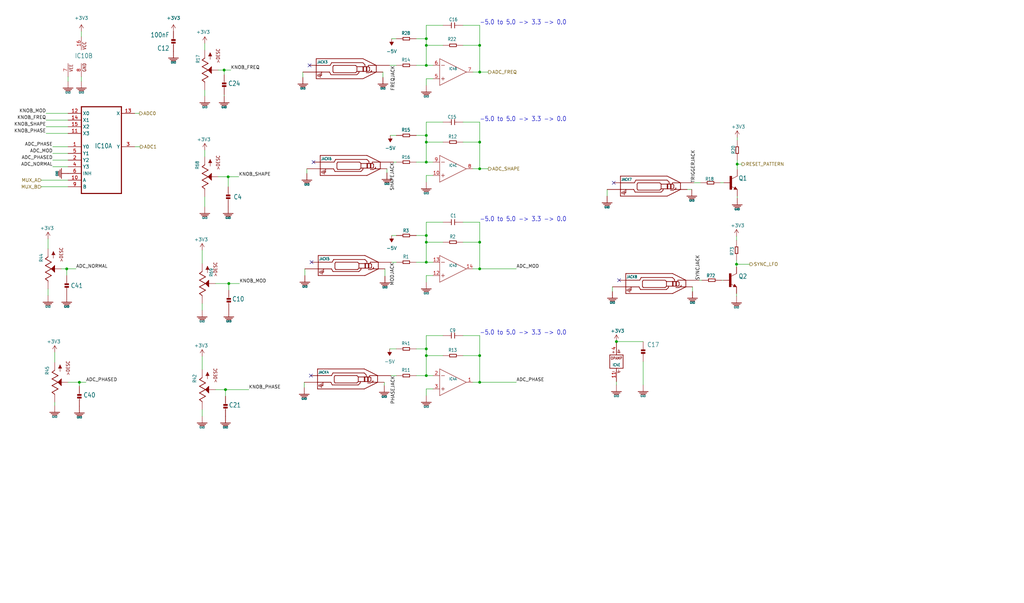
<source format=kicad_sch>
(kicad_sch (version 20211123) (generator eeschema)
  (paper "User" 389.865 229.616)
  (lib_symbols
    (symbol "TINRS - Wobbler (pico)sch-eagle-import:-NPN-SOT23-BEC"
      (property "Reference" "T" (at -10.16 7.62 0))
      (property "Value" "-NPN-SOT23-BEC" (at -10.16 5.08 0))
      (symbol "-NPN-SOT23-BEC_1_0"
        (pin passive line (at -2.54 0 0) (length 2.54) (name "B") (number "B"))
        (pin passive line (at 2.54 5.08 270) (length 2.54) (name "C") (number "C"))
        (pin passive line (at 2.54 -5.08 90) (length 2.54) (name "E") (number "E"))
      )
    )
    (symbol "TINRS - Wobbler (pico)sch-eagle-import:4052D"
      (property "Reference" "IC" (at -2.54 -0.635 0))
      (symbol "4052D_1_0"
        (pin bidirectional line (at -12.7 0 0) (length 5.08) (name "Y0") (number "1"))
        (pin input line (at -12.7 -12.7 0) (length 5.08) (name "A") (number "10"))
        (pin bidirectional line (at -12.7 5.08 0) (length 5.08) (name "X3") (number "11"))
        (pin bidirectional line (at -12.7 12.7 0) (length 5.08) (name "X0") (number "12"))
        (pin bidirectional line (at 12.7 12.7 180) (length 5.08) (name "X") (number "13"))
        (pin bidirectional line (at -12.7 10.16 0) (length 5.08) (name "X1") (number "14"))
        (pin bidirectional line (at -12.7 7.62 0) (length 5.08) (name "X2") (number "15"))
        (pin bidirectional line (at -12.7 -5.08 0) (length 5.08) (name "Y2") (number "2"))
        (pin bidirectional line (at 12.7 0 180) (length 5.08) (name "Y") (number "3"))
        (pin bidirectional line (at -12.7 -7.62 0) (length 5.08) (name "Y3") (number "4"))
        (pin bidirectional line (at -12.7 -2.54 0) (length 5.08) (name "Y1") (number "5"))
        (pin input line (at -12.7 -10.16 0) (length 5.08) (name "INH") (number "6"))
        (pin input line (at -12.7 -15.24 0) (length 5.08) (name "B") (number "9"))
      )
      (symbol "4052D_2_0"
        (text "GND" (at 1.905 -5.842 900) (effects (font (size 1.27 1.0795)) (justify left bottom)))
        (text "VCC" (at 1.905 2.54 900) (effects (font (size 1.27 1.0795)) (justify left bottom)))
        (text "VEE" (at -3.175 -5.842 900) (effects (font (size 1.27 1.0795)) (justify left bottom)))
        (pin power_in line (at 0 7.62 270) (length 5.08) (name "VCC") (number "16"))
        (pin power_in line (at -5.08 -7.62 90) (length 5.08) (name "VEE") (number "7"))
        (pin power_in line (at 0 -7.62 90) (length 5.08) (name "GND") (number "8"))
      )
    )
    (symbol "TINRS - Wobbler (pico)sch-eagle-import:AUDIO-JACK_SMALLSYMBOL"
      (property "Reference" "JACK" (at -1.27 -9.906 90))
      (symbol "AUDIO-JACK_SMALLSYMBOL_1_0"
        (pin bidirectional line (at 2.54 -15.24 90) (length 5.08) (name "RING") (number "RING"))
        (pin bidirectional line (at 0 -12.7 90) (length 2.54) (name "SECOND") (number "SECOND"))
        (pin bidirectional line (at 2.54 15.24 270) (length 2.54) (name "SWITCH") (number "SWITCH"))
        (pin bidirectional line (at 0 17.78 270) (length 5.08) (name "TIP") (number "TIP"))
      )
    )
    (symbol "TINRS - Wobbler (pico)sch-eagle-import:C-0603"
      (property "Reference" "C" (at -3.81 0 0))
      (property "Value" "C-0603" (at 0 0 0))
      (symbol "C-0603_1_0"
        (pin passive line (at -3.81 0 0) (length 2.54) (name "1") (number "1"))
        (pin passive line (at 3.81 0 180) (length 2.54) (name "2") (number "2"))
      )
    )
    (symbol "TINRS - Wobbler (pico)sch-eagle-import:C-EUC0402"
      (property "Reference" "C" (at 1.524 0.381 0))
      (property "Value" "C-EUC0402" (at 1.524 -4.699 0))
      (symbol "C-EUC0402_1_0"
        (pin passive line (at 0 2.54 270) (length 2.54) (name "1") (number "1"))
        (pin passive line (at 0 -5.08 90) (length 2.54) (name "2") (number "2"))
      )
    )
    (symbol "TINRS - Wobbler (pico)sch-eagle-import:GND" (power)
      (property "Value" "GND" (at 0 -1.27 0))
      (symbol "GND_1_0"
        (pin power_in line (at 0 2.54 270) (length 2.54) (name "GND") (number "1"))
      )
    )
    (symbol "TINRS - Wobbler (pico)sch-eagle-import:MCP6004"
      (property "Reference" "IC" (at 0 -1.27 0))
      (symbol "MCP6004_1_0"
        (pin output line (at 7.62 0 180) (length 2.54) (name "OUT") (number "1"))
        (pin input line (at -7.62 -2.54 0) (length 2.54) (name "-IN") (number "2"))
        (pin input line (at -7.62 2.54 0) (length 2.54) (name "+IN") (number "3"))
      )
      (symbol "MCP6004_2_0"
        (pin input line (at -7.62 2.54 0) (length 2.54) (name "+IN") (number "5"))
        (pin input line (at -7.62 -2.54 0) (length 2.54) (name "-IN") (number "6"))
        (pin output line (at 7.62 0 180) (length 2.54) (name "OUT") (number "7"))
      )
      (symbol "MCP6004_3_0"
        (pin input line (at -7.62 2.54 0) (length 2.54) (name "+IN") (number "10"))
        (pin output line (at 7.62 0 180) (length 2.54) (name "OUT") (number "8"))
        (pin input line (at -7.62 -2.54 0) (length 2.54) (name "-IN") (number "9"))
      )
      (symbol "MCP6004_4_0"
        (pin input line (at -7.62 2.54 0) (length 2.54) (name "+IN") (number "12"))
        (pin input line (at -7.62 -2.54 0) (length 2.54) (name "-IN") (number "13"))
        (pin output line (at 7.62 0 180) (length 2.54) (name "OUT") (number "14"))
      )
      (symbol "MCP6004_5_0"
        (text "+" (at -1.905 4.445 0) (effects (font (size 1.27 1.0795)) (justify left top)))
        (text "+" (at 1.905 4.445 0) (effects (font (size 1.27 1.0795)) (justify right top)))
        (text "-" (at -1.905 -4.445 0) (effects (font (size 1.27 1.0795)) (justify left bottom)))
        (text "-" (at 1.905 -4.445 0) (effects (font (size 1.27 1.0795)) (justify right bottom)))
        (text "OPAMP" (at 0 1.27 0) (effects (font (size 1.016 0.8636))))
        (text "V+" (at 1.27 3.175 900) (effects (font (size 0.8128 0.6908)) (justify left bottom)))
        (text "V-" (at 1.27 -4.445 900) (effects (font (size 0.8128 0.6908)) (justify left bottom)))
        (pin power_in line (at 0 -7.62 90) (length 5.08) (name "V-") (number "11"))
        (pin power_in line (at 0 7.62 270) (length 5.08) (name "V+") (number "4"))
      )
    )
    (symbol "TINRS - Wobbler (pico)sch-eagle-import:POTSQUAREHOLE_SMALLKNOB"
      (property "Reference" "P" (at 2.794 -2.54 90))
      (property "Value" "POTSQUAREHOLE_SMALLKNOB" (at -1.397 0 90))
      (symbol "POTSQUAREHOLE_SMALLKNOB_1_0"
        (text ">DESC" (at 4.318 -2.54 900) (effects (font (size 1.27 1.0795)) (justify right top)))
        (pin passive line (at 0 7.62 270) (length 2.54) (name "E") (number "P$1"))
        (pin passive line (at 5.08 0 180) (length 2.54) (name "S") (number "P$2"))
        (pin passive line (at 0 -7.62 90) (length 2.54) (name "A") (number "P$3"))
      )
    )
    (symbol "TINRS - Wobbler (pico)sch-eagle-import:R-0603"
      (property "Reference" "R" (at -3.81 0 0))
      (property "Value" "R-0603" (at 2.54 0 0))
      (symbol "R-0603_1_0"
        (pin passive line (at -3.81 0 0) (length 2.54) (name "1") (number "1"))
        (pin passive line (at 3.81 0 180) (length 2.54) (name "2") (number "2"))
      )
    )
    (symbol "power:+3.3V" (power) (pin_names (offset 0))
      (property "Value" "+3.3V" (at 0 3.556 0))
      (symbol "+3.3V_1_1"
        (pin power_in line (at 0 0 90) (length 0) hide (name "+3V3") (number "1"))
      )
    )
    (symbol "power:-5V" (power) (pin_names (offset 0))
      (property "Value" "-5V" (at 0 3.81 0))
      (symbol "-5V_0_0"
        (pin power_in line (at 0 0 90) (length 0) hide (name "-5V") (number "1"))
      )
    )
  )
  (junction (at 162.306 51.562))
  (junction (at 182.626 54.102))
  (junction (at 30.226 145.542))
  (junction (at 85.344 26.67))
  (junction (at 162.306 92.202))
  (junction (at 162.306 14.732))
  (junction (at 162.306 143.002))
  (junction (at 280.67 62.484))
  (junction (at 182.626 135.382))
  (junction (at 162.306 24.892))
  (junction (at 85.852 148.336))
  (junction (at 25.4 102.362))
  (junction (at 182.626 102.362))
  (junction (at 87.122 107.95))
  (junction (at 162.306 89.662))
  (junction (at 182.626 27.432))
  (junction (at 182.626 17.272))
  (junction (at 182.626 64.262))
  (junction (at 162.306 132.842))
  (junction (at 162.306 54.102))
  (junction (at 86.868 67.31))
  (junction (at 182.626 145.542))
  (junction (at 234.696 130.048))
  (junction (at 162.306 99.822))
  (junction (at 182.626 92.202))
  (junction (at 162.306 17.272))
  (junction (at 162.306 135.382))
  (junction (at 280.416 100.584))
  (junction (at 162.306 61.722))
  (no_connect (at 119.38 61.722))
  (no_connect (at 117.856 24.892))
  (no_connect (at 118.618 99.822))
  (no_connect (at 118.364 143.002))
  (no_connect (at 233.68 69.596))
  (no_connect (at 235.712 106.68))
  (wire (pts (xy 150.876 99.822) (xy 149.098 99.822)))
  (wire (pts (xy 158.496 51.562) (xy 162.306 51.562)))
  (wire (pts (xy 263.652 109.22) (xy 263.652 110.998)))
  (wire (pts (xy 168.656 17.272) (xy 162.306 17.272)))
  (wire (pts (xy 158.496 61.722) (xy 162.306 61.722)))
  (wire (pts (xy 116.078 104.902) (xy 116.078 102.362)))
  (wire (pts (xy 274.32 69.596) (xy 275.59 69.596)))
  (wire (pts (xy 20.828 134.112) (xy 20.828 137.922)))
  (wire (pts (xy 162.306 17.272) (xy 162.306 24.892)))
  (wire (pts (xy 23.368 102.362) (xy 25.4 102.362)))
  (wire (pts (xy 182.626 46.482) (xy 182.626 54.102)))
  (wire (pts (xy 176.276 17.272) (xy 182.626 17.272)))
  (wire (pts (xy 116.84 66.04) (xy 116.84 64.262)))
  (wire (pts (xy 180.086 64.262) (xy 182.626 64.262)))
  (wire (pts (xy 182.626 64.262) (xy 185.928 64.262)))
  (wire (pts (xy 162.306 14.732) (xy 162.306 17.272)))
  (wire (pts (xy 244.856 130.048) (xy 234.696 130.048)))
  (wire (pts (xy 162.306 135.382) (xy 162.306 143.002)))
  (wire (pts (xy 176.276 92.202) (xy 182.626 92.202)))
  (wire (pts (xy 25.908 43.18) (xy 17.526 43.18)))
  (wire (pts (xy 30.226 147.066) (xy 30.226 145.542)))
  (wire (pts (xy 148.336 24.892) (xy 150.876 24.892)))
  (wire (pts (xy 182.626 84.582) (xy 182.626 92.202)))
  (wire (pts (xy 25.908 48.26) (xy 17.526 48.26)))
  (wire (pts (xy 25.4 102.362) (xy 28.956 102.362)))
  (wire (pts (xy 162.306 127.762) (xy 162.306 132.842)))
  (wire (pts (xy 164.846 148.082) (xy 162.306 148.082)))
  (wire (pts (xy 76.962 118.11) (xy 76.962 115.57)))
  (wire (pts (xy 25.908 71.12) (xy 15.748 71.12)))
  (wire (pts (xy 162.306 54.102) (xy 162.306 61.722)))
  (wire (pts (xy 25.908 55.88) (xy 20.066 55.88)))
  (wire (pts (xy 168.656 92.202) (xy 162.306 92.202)))
  (wire (pts (xy 86.868 67.31) (xy 90.932 67.31)))
  (wire (pts (xy 20.828 154.432) (xy 20.828 153.162)))
  (wire (pts (xy 86.868 71.12) (xy 86.868 67.31)))
  (wire (pts (xy 176.276 84.582) (xy 182.626 84.582)))
  (wire (pts (xy 87.122 110.49) (xy 87.122 107.95)))
  (wire (pts (xy 148.59 51.562) (xy 150.876 51.562)))
  (wire (pts (xy 182.626 17.272) (xy 182.626 27.432)))
  (wire (pts (xy 149.098 14.732) (xy 150.876 14.732)))
  (wire (pts (xy 162.306 24.892) (xy 164.846 24.892)))
  (wire (pts (xy 182.626 27.432) (xy 185.928 27.432)))
  (wire (pts (xy 146.558 102.362) (xy 146.558 105.156)))
  (wire (pts (xy 30.988 30.988) (xy 30.988 29.21)))
  (wire (pts (xy 76.962 158.496) (xy 76.962 155.956)))
  (wire (pts (xy 25.908 145.542) (xy 30.226 145.542)))
  (wire (pts (xy 87.122 107.95) (xy 91.186 107.95)))
  (wire (pts (xy 83.058 26.67) (xy 85.344 26.67)))
  (wire (pts (xy 168.656 9.652) (xy 162.306 9.652)))
  (wire (pts (xy 149.098 89.662) (xy 150.876 89.662)))
  (wire (pts (xy 280.67 62.484) (xy 280.67 60.96)))
  (wire (pts (xy 158.496 143.002) (xy 162.306 143.002)))
  (wire (pts (xy 25.908 58.42) (xy 20.066 58.42)))
  (wire (pts (xy 85.344 36.576) (xy 85.344 36.068)))
  (wire (pts (xy 280.416 100.584) (xy 280.416 101.6)))
  (wire (pts (xy 266.7 69.596) (xy 264.16 69.596)))
  (wire (pts (xy 162.306 132.842) (xy 162.306 135.382)))
  (wire (pts (xy 162.306 29.972) (xy 164.846 29.972)))
  (wire (pts (xy 162.306 99.822) (xy 164.846 99.822)))
  (wire (pts (xy 145.796 29.464) (xy 145.796 27.432)))
  (wire (pts (xy 162.306 92.202) (xy 162.306 99.822)))
  (wire (pts (xy 150.876 143.002) (xy 148.844 143.002)))
  (wire (pts (xy 168.656 135.382) (xy 162.306 135.382)))
  (wire (pts (xy 244.856 137.668) (xy 244.856 146.558)))
  (wire (pts (xy 274.828 106.68) (xy 275.336 106.68)))
  (wire (pts (xy 18.288 90.932) (xy 18.288 94.742)))
  (wire (pts (xy 231.14 72.136) (xy 231.14 74.676)))
  (wire (pts (xy 83.058 67.31) (xy 86.868 67.31)))
  (wire (pts (xy 158.496 132.842) (xy 162.306 132.842)))
  (wire (pts (xy 168.656 46.482) (xy 162.306 46.482)))
  (wire (pts (xy 18.288 112.522) (xy 18.288 109.982)))
  (wire (pts (xy 25.908 63.5) (xy 20.066 63.5)))
  (wire (pts (xy 162.306 9.652) (xy 162.306 14.732)))
  (wire (pts (xy 158.496 14.732) (xy 162.306 14.732)))
  (wire (pts (xy 162.306 84.582) (xy 162.306 89.662)))
  (wire (pts (xy 30.988 11.938) (xy 30.988 13.97)))
  (wire (pts (xy 176.276 54.102) (xy 182.626 54.102)))
  (wire (pts (xy 115.316 29.464) (xy 115.316 27.432)))
  (wire (pts (xy 25.908 50.8) (xy 17.526 50.8)))
  (wire (pts (xy 182.626 145.542) (xy 196.596 145.542)))
  (wire (pts (xy 280.67 53.34) (xy 280.67 52.324)))
  (wire (pts (xy 162.306 143.002) (xy 164.846 143.002)))
  (wire (pts (xy 85.344 28.448) (xy 85.344 26.67)))
  (wire (pts (xy 234.696 146.558) (xy 234.696 145.288)))
  (wire (pts (xy 25.4 104.902) (xy 25.4 102.362)))
  (wire (pts (xy 162.306 148.082) (xy 162.306 150.622)))
  (wire (pts (xy 158.496 24.892) (xy 162.306 24.892)))
  (wire (pts (xy 149.86 61.722) (xy 150.876 61.722)))
  (wire (pts (xy 77.978 36.576) (xy 77.978 34.29)))
  (wire (pts (xy 162.306 61.722) (xy 164.846 61.722)))
  (wire (pts (xy 162.306 51.562) (xy 162.306 54.102)))
  (wire (pts (xy 168.656 54.102) (xy 162.306 54.102)))
  (wire (pts (xy 158.496 99.822) (xy 162.306 99.822)))
  (wire (pts (xy 147.32 64.262) (xy 147.32 65.786)))
  (wire (pts (xy 267.208 106.68) (xy 266.192 106.68)))
  (wire (pts (xy 25.908 60.96) (xy 20.066 60.96)))
  (wire (pts (xy 176.276 127.762) (xy 182.626 127.762)))
  (wire (pts (xy 280.416 111.76) (xy 280.416 112.776)))
  (wire (pts (xy 85.852 150.876) (xy 85.852 148.336)))
  (wire (pts (xy 77.978 57.15) (xy 77.978 59.69)))
  (wire (pts (xy 162.306 29.972) (xy 162.306 32.512)))
  (wire (pts (xy 51.308 43.18) (xy 53.086 43.18)))
  (wire (pts (xy 176.276 135.382) (xy 182.626 135.382)))
  (wire (pts (xy 146.304 145.542) (xy 146.304 146.812)))
  (wire (pts (xy 158.496 89.662) (xy 162.306 89.662)))
  (wire (pts (xy 280.67 62.484) (xy 282.448 62.484)))
  (wire (pts (xy 182.626 135.382) (xy 182.626 145.542)))
  (wire (pts (xy 76.962 95.25) (xy 76.962 100.33)))
  (wire (pts (xy 25.908 68.58) (xy 15.748 68.58)))
  (wire (pts (xy 82.042 107.95) (xy 87.122 107.95)))
  (wire (pts (xy 182.626 102.362) (xy 196.596 102.362)))
  (wire (pts (xy 51.308 55.88) (xy 53.34 55.88)))
  (wire (pts (xy 162.306 46.482) (xy 162.306 51.562)))
  (wire (pts (xy 180.086 27.432) (xy 182.626 27.432)))
  (wire (pts (xy 115.824 147.574) (xy 115.824 145.542)))
  (wire (pts (xy 182.626 127.762) (xy 182.626 135.382)))
  (wire (pts (xy 261.62 72.136) (xy 263.398 72.136)))
  (wire (pts (xy 176.276 9.652) (xy 182.626 9.652)))
  (wire (pts (xy 25.908 45.72) (xy 17.526 45.72)))
  (wire (pts (xy 233.172 109.22) (xy 233.172 110.998)))
  (wire (pts (xy 30.226 145.542) (xy 32.766 145.542)))
  (wire (pts (xy 280.67 74.676) (xy 280.67 75.438)))
  (wire (pts (xy 162.306 66.802) (xy 164.846 66.802)))
  (wire (pts (xy 162.306 66.802) (xy 162.306 69.342)))
  (wire (pts (xy 176.276 46.482) (xy 182.626 46.482)))
  (wire (pts (xy 182.626 92.202) (xy 182.626 102.362)))
  (wire (pts (xy 82.042 148.336) (xy 85.852 148.336)))
  (wire (pts (xy 182.626 102.362) (xy 180.086 102.362)))
  (wire (pts (xy 182.626 54.102) (xy 182.626 64.262)))
  (wire (pts (xy 77.978 16.51) (xy 77.978 19.05)))
  (wire (pts (xy 168.656 84.582) (xy 162.306 84.582)))
  (wire (pts (xy 182.626 145.542) (xy 180.086 145.542)))
  (wire (pts (xy 280.416 100.584) (xy 285.496 100.584)))
  (wire (pts (xy 85.344 26.67) (xy 87.884 26.67)))
  (wire (pts (xy 182.626 9.652) (xy 182.626 17.272)))
  (wire (pts (xy 85.852 148.336) (xy 94.742 148.336)))
  (wire (pts (xy 25.908 30.988) (xy 25.908 29.21)))
  (wire (pts (xy 164.846 104.902) (xy 162.306 104.902)))
  (wire (pts (xy 280.67 64.516) (xy 280.67 62.484)))
  (wire (pts (xy 168.656 127.762) (xy 162.306 127.762)))
  (wire (pts (xy 162.306 104.902) (xy 162.306 107.442)))
  (wire (pts (xy 148.336 132.842) (xy 150.876 132.842)))
  (wire (pts (xy 76.962 135.636) (xy 76.962 140.716)))
  (wire (pts (xy 162.306 89.662) (xy 162.306 92.202)))
  (wire (pts (xy 280.416 91.44) (xy 280.416 89.916)))
  (wire (pts (xy 280.416 100.584) (xy 280.416 99.06)))
  (wire (pts (xy 77.978 78.74) (xy 77.978 74.93)))
  (text "-5.0 to 5.0 -> 3.3 -> 0.0" (at 182.626 9.652 180) (effects (font (size 1.778 1.5113)) (justify left bottom)))
  (text "-5.0 to 5.0 -> 3.3 -> 0.0" (at 182.626 84.582 180) (effects (font (size 1.778 1.5113)) (justify left bottom)))
  (text "-5.0 to 5.0 -> 3.3 -> 0.0" (at 182.626 46.482 180) (effects (font (size 1.778 1.5113)) (justify left bottom)))
  (text "-5.0 to 5.0 -> 3.3 -> 0.0" (at 182.626 127.762 180) (effects (font (size 1.778 1.5113)) (justify left bottom)))
  (label "KNOB_PHASE" (at 17.526 50.8 180) (effects (font (size 1.2446 1.2446))))
  (label "KNOB_PHASE" (at 94.742 148.336 0) (effects (font (size 1.2446 1.2446))))
  (label "KNOB_SHAPE" (at 90.932 67.31 0) (effects (font (size 1.2446 1.2446))))
  (label "FREQJACK" (at 150.622 24.892 270))
  (label "ADC_NORMAL" (at 20.066 63.5 180) (effects (font (size 1.2446 1.2446))))
  (label "PHASEJACK" (at 150.622 143.002 270))
  (label "SYNCJACK" (at 266.7 106.68 90))
  (label "ADC_PHASED" (at 20.066 60.96 180) (effects (font (size 1.2446 1.2446))))
  (label "MODJACK" (at 150.368 99.822 270))
  (label "ADC_PHASED" (at 32.766 145.542 0) (effects (font (size 1.2446 1.2446))))
  (label "KNOB_MOD" (at 17.526 43.18 180) (effects (font (size 1.2446 1.2446))))
  (label "ADC_MOD" (at 20.066 58.42 180) (effects (font (size 1.2446 1.2446))))
  (label "KNOB_SHAPE" (at 17.526 48.26 180) (effects (font (size 1.2446 1.2446))))
  (label "ADC_MOD" (at 196.596 102.362 0) (effects (font (size 1.2446 1.2446))))
  (label "KNOB_FREQ" (at 17.526 45.72 180) (effects (font (size 1.2446 1.2446))))
  (label "ADC_PHASE" (at 196.596 145.542 0) (effects (font (size 1.2446 1.2446))))
  (label "TRIGGERJACK" (at 264.922 69.596 90))
  (label "KNOB_MOD" (at 91.186 107.95 0) (effects (font (size 1.2446 1.2446))))
  (label "ADC_NORMAL" (at 28.956 102.362 0) (effects (font (size 1.2446 1.2446))))
  (label "KNOB_FREQ" (at 87.884 26.67 0) (effects (font (size 1.2446 1.2446))))
  (label "ADC_PHASE" (at 20.066 55.88 180) (effects (font (size 1.2446 1.2446))))
  (label "SHAPEJACK" (at 150.368 61.722 270))
  (hierarchical_label "MUX_A" (shape input) (at 15.748 68.58 180) (effects (font (size 1.2446 1.2446))))
  (hierarchical_label "SYNC_LFO" (shape output) (at 285.496 100.584 0) (effects (font (size 1.2446 1.2446))))
  (hierarchical_label "RESET_PATTERN" (shape output) (at 282.448 62.484 0) (effects (font (size 1.2446 1.2446))))
  (hierarchical_label "ADC_SHAPE" (shape output) (at 185.928 64.262 0) (effects (font (size 1.2446 1.2446))))
  (hierarchical_label "ADC_FREQ" (shape output) (at 185.928 27.432 0) (effects (font (size 1.2446 1.2446))))
  (hierarchical_label "ADC0" (shape output) (at 53.086 43.18 0) (effects (font (size 1.2446 1.2446))))
  (hierarchical_label "MUX_B" (shape input) (at 15.748 71.12 180) (effects (font (size 1.2446 1.2446))))
  (hierarchical_label "ADC1" (shape output) (at 53.34 55.88 0) (effects (font (size 1.2446 1.2446))))
  (symbol (lib_id "TINRS - Wobbler (pico)sch-eagle-import:GND") (at 147.32 68.326 0) (unit 1)
    (property "Reference" "#GND0135" (effects hide))
    (property "Value" "GND" (at 147.32 69.596 0) (effects (font (size 0.762 0.6477)) (justify top)))
  )
  (symbol (lib_id "TINRS - Wobbler (pico)sch-eagle-import:GND") (at 162.306 71.882 0) (unit 1)
    (property "Reference" "#GND03" (effects hide))
    (property "Value" "GND" (at 162.306 73.152 0) (effects (font (size 0.762 0.6477)) (justify top)))
  )
  (symbol (lib_id "TINRS - Wobbler (pico)sch-eagle-import:GND") (at 25.4 115.062 0) (unit 1)
    (property "Reference" "#GND022" (effects hide))
    (property "Value" "GND" (at 25.4 116.332 0) (effects (font (size 0.762 0.6477)) (justify top)))
  )
  (symbol (lib_id "power:-5V") (at 148.336 132.842 180) (unit 1)
    (property "Reference" "#PWR0115" (effects hide))
    (property "Value" "-5V" (at 148.336 137.668 0))
  )
  (symbol (lib_id "TINRS - Wobbler (pico)sch-eagle-import:-NPN-SOT23-BEC") (at 277.876 106.68 0) (unit 1)
    (property "Reference" "Q2" (at 281.178 106.172 0) (effects (font (size 1.778 1.5113)) (justify left bottom)))
    (property "Value" "MMBT3904" (at 281.178 109.22 0) (effects (font (size 1.778 1.5113)) (justify left bottom)))
    (property "Footprint" "TINRS - Wobbler (pico)sch:SOT23-BEC" (effects hide))
    (property "Value" "2336795" (effects hide))
  )
  (symbol (lib_id "TINRS - Wobbler (pico)sch-eagle-import:MCP6004") (at 172.466 64.262 0) (mirror x) (unit 3)
    (property "Reference" "IC4" (at 172.466 62.992 0) (effects (font (size 1.016 0.8636))))
    (property "Value" "MCP6004" (effects hide))
    (property "Footprint" "SO14" (effects hide))
    (property "Value" "1605572" (effects hide))
  )
  (symbol (lib_id "TINRS - Wobbler (pico)sch-eagle-import:GND") (at 263.398 74.676 0) (unit 1)
    (property "Reference" "#GND0141" (effects hide))
    (property "Value" "GND" (at 263.398 75.946 0) (effects (font (size 0.762 0.6477)) (justify top)))
  )
  (symbol (lib_id "TINRS - Wobbler (pico)sch-eagle-import:R-0603") (at 154.686 61.722 180) (unit 1)
    (property "Reference" "R16" (at 156.21 59.182 0) (effects (font (size 1.27 1.0795)) (justify left bottom)))
    (property "Value" "100k" (at 156.972 62.484 0) (effects (font (size 1.27 1.0795)) (justify left bottom)))
    (property "Footprint" "R0603" (effects hide))
    (property "Value" "unknown" (effects hide))
  )
  (symbol (lib_id "TINRS - Wobbler (pico)sch-eagle-import:GND") (at 20.828 156.972 0) (mirror y) (unit 1)
    (property "Reference" "#GND050" (effects hide))
    (property "Value" "GND" (at 20.828 158.242 0) (effects (font (size 0.762 0.6477)) (justify top)))
  )
  (symbol (lib_id "TINRS - Wobbler (pico)sch-eagle-import:GND") (at 23.368 66.04 270) (unit 1)
    (property "Reference" "#GND0117" (effects hide))
    (property "Value" "GND" (at 22.098 66.04 0) (effects (font (size 0.762 0.6477)) (justify top)))
  )
  (symbol (lib_id "TINRS - Wobbler (pico)sch-eagle-import:MCP6004") (at 172.466 102.362 0) (mirror x) (unit 4)
    (property "Reference" "IC4" (at 172.466 101.092 0) (effects (font (size 1.016 0.8636))))
    (property "Value" "MCP6004" (effects hide))
    (property "Footprint" "SO14" (effects hide))
    (property "Value" "1605572" (effects hide))
  )
  (symbol (lib_id "power:-5V") (at 149.098 14.732 180) (unit 1)
    (property "Reference" "#PWR0107" (effects hide))
    (property "Value" "-5V" (at 149.098 19.558 0))
  )
  (symbol (lib_id "TINRS - Wobbler (pico)sch-eagle-import:GND") (at 244.856 149.098 0) (unit 1)
    (property "Reference" "#GND091" (effects hide))
    (property "Value" "GND" (at 244.856 150.368 0) (effects (font (size 0.762 0.6477)) (justify top)))
  )
  (symbol (lib_id "TINRS - Wobbler (pico)sch-eagle-import:R-0603") (at 154.686 14.732 180) (unit 1)
    (property "Reference" "R28" (at 156.21 11.938 0) (effects (font (size 1.27 1.0795)) (justify left bottom)))
    (property "Value" "100k" (at 156.464 15.748 0) (effects (font (size 1.27 1.0795)) (justify left bottom)))
    (property "Footprint" "R0603" (effects hide))
    (property "Value" "unknown" (effects hide))
  )
  (symbol (lib_id "TINRS - Wobbler (pico)sch-eagle-import:POTSQUAREHOLE_SMALLKNOB") (at 77.978 67.31 0) (mirror x) (unit 1)
    (property "Reference" "R68" (at 74.422 64.516 90) (effects (font (size 1.27 1.0795)) (justify right top)))
    (property "Value" "10kB" (at 76.581 67.31 90) (effects (font (size 1.27 1.0795)) (justify bottom)))
    (property "Footprint" "ALPS_POT_SQUAREHOLES" (effects hide))
    (property "Value" "unknown" (effects hide))
  )
  (symbol (lib_id "TINRS - Wobbler (pico)sch-eagle-import:4052D") (at 38.608 55.88 0) (unit 1)
    (property "Reference" "IC10" (at 36.068 56.515 0) (effects (font (size 1.778 1.5113)) (justify left bottom)))
    (property "Value" "4052D" (effects hide))
    (property "Footprint" "SO16" (effects hide))
  )
  (symbol (lib_id "TINRS - Wobbler (pico)sch-eagle-import:4052D") (at 30.988 21.59 0) (unit 2)
    (property "Reference" "IC10" (at 28.448 22.225 0) (effects (font (size 1.778 1.5113)) (justify left bottom)))
    (property "Value" "4052D" (effects hide))
    (property "Footprint" "SO16" (effects hide))
  )
  (symbol (lib_id "TINRS - Wobbler (pico)sch-eagle-import:GND") (at 162.306 153.162 0) (unit 1)
    (property "Reference" "#GND02" (effects hide))
    (property "Value" "GND" (at 162.306 154.432 0) (effects (font (size 0.762 0.6477)) (justify top)))
  )
  (symbol (lib_id "TINRS - Wobbler (pico)sch-eagle-import:AUDIO-JACK_SMALLSYMBOL") (at 246.38 69.596 270) (unit 1)
    (property "Reference" "JACK7" (at 236.474 68.326 90) (effects (font (size 1.016 0.8636)) (justify left)))
    (property "Value" "AUDIO-JACK_SMALLSYMBOL" (effects hide))
    (property "Footprint" "3.5MM-JACK-SWITCH-13MM-NOHOLES-TESTPAD" (effects hide))
    (property "Value" "AUDIO-JACK_SMALLSYMBOL" (effects hide))
  )
  (symbol (lib_id "TINRS - Wobbler (pico)sch-eagle-import:GND") (at 115.824 150.114 0) (unit 1)
    (property "Reference" "#GND0137" (effects hide))
    (property "Value" "GND" (at 115.824 151.384 0) (effects (font (size 0.762 0.6477)) (justify top)))
  )
  (symbol (lib_id "TINRS - Wobbler (pico)sch-eagle-import:AUDIO-JACK_SMALLSYMBOL") (at 131.064 143.002 270) (unit 1)
    (property "Reference" "JACK4" (at 121.158 141.732 90) (effects (font (size 1.016 0.8636)) (justify left)))
    (property "Value" "AUDIO-JACK_SMALLSYMBOL" (effects hide))
    (property "Footprint" "3.5MM-JACK-SWITCH-13MM-NOHOLES-TESTPAD" (effects hide))
    (property "Value" "AUDIO-JACK_SMALLSYMBOL" (effects hide))
  )
  (symbol (lib_id "TINRS - Wobbler (pico)sch-eagle-import:C-EUC0402") (at 25.4 107.442 0) (unit 1)
    (property "Reference" "C41" (at 26.924 109.728 0) (effects (font (size 1.778 1.5113)) (justify left bottom)))
    (property "Value" "100nF" (at 26.924 112.141 0) (effects (font (size 1.778 1.5113)) (justify left bottom)))
    (property "Footprint" "C0402" (effects hide))
    (property "Value" "1759017" (effects hide))
  )
  (symbol (lib_id "TINRS - Wobbler (pico)sch-eagle-import:GND") (at 162.306 109.982 0) (unit 1)
    (property "Reference" "#GND09" (effects hide))
    (property "Value" "GND" (at 162.306 111.252 0) (effects (font (size 0.762 0.6477)) (justify top)))
  )
  (symbol (lib_id "power:+3.3V") (at 280.416 89.916 0) (unit 1)
    (property "Reference" "#PWR0119" (effects hide))
    (property "Value" "+3.3V" (at 283.464 85.852 0) (effects (justify right)))
  )
  (symbol (lib_id "TINRS - Wobbler (pico)sch-eagle-import:C-EUC0402") (at 244.856 132.588 0) (unit 1)
    (property "Reference" "C17" (at 246.38 132.207 0) (effects (font (size 1.778 1.5113)) (justify left bottom)))
    (property "Value" "100nF" (at 246.38 137.287 0) (effects (font (size 1.778 1.5113)) (justify left bottom)))
    (property "Footprint" "C0402" (effects hide))
    (property "Value" "1759017" (effects hide))
  )
  (symbol (lib_id "TINRS - Wobbler (pico)sch-eagle-import:POTSQUAREHOLE_SMALLKNOB") (at 76.962 107.95 0) (mirror x) (unit 1)
    (property "Reference" "R69" (at 79.756 105.41 90) (effects (font (size 1.27 1.0795)) (justify right top)))
    (property "Value" "10kB" (at 75.565 107.95 90) (effects (font (size 1.27 1.0795)) (justify bottom)))
    (property "Footprint" "ALPS_POT_SQUAREHOLES" (effects hide))
    (property "Value" "unknown" (effects hide))
  )
  (symbol (lib_id "TINRS - Wobbler (pico)sch-eagle-import:GND") (at 162.306 35.052 0) (unit 1)
    (property "Reference" "#GND076" (effects hide))
    (property "Value" "GND" (at 162.306 36.322 0) (effects (font (size 0.762 0.6477)) (justify top)))
  )
  (symbol (lib_id "TINRS - Wobbler (pico)sch-eagle-import:GND") (at 85.344 39.116 0) (unit 1)
    (property "Reference" "#GND086" (effects hide))
    (property "Value" "GND" (at 85.344 40.386 0) (effects (font (size 0.762 0.6477)) (justify top)))
  )
  (symbol (lib_id "power:+3.3V") (at 66.04 11.938 0) (unit 1)
    (property "Reference" "#PWR0110" (effects hide))
    (property "Value" "+3.3V" (at 66.04 6.858 0))
  )
  (symbol (lib_id "TINRS - Wobbler (pico)sch-eagle-import:R-0603") (at 154.686 143.002 180) (unit 1)
    (property "Reference" "R11" (at 156.21 140.208 0) (effects (font (size 1.27 1.0795)) (justify left bottom)))
    (property "Value" "100k" (at 156.718 143.764 0) (effects (font (size 1.27 1.0795)) (justify left bottom)))
    (property "Footprint" "R0603" (effects hide))
    (property "Value" "unknown" (effects hide))
  )
  (symbol (lib_id "TINRS - Wobbler (pico)sch-eagle-import:GND") (at 231.14 77.216 0) (unit 1)
    (property "Reference" "#GND0142" (effects hide))
    (property "Value" "GND" (at 231.14 78.486 0) (effects (font (size 0.762 0.6477)) (justify top)))
  )
  (symbol (lib_id "power:-5V") (at 148.59 51.562 180) (unit 1)
    (property "Reference" "#PWR0106" (effects hide))
    (property "Value" "-5V" (at 148.59 56.388 0))
  )
  (symbol (lib_id "TINRS - Wobbler (pico)sch-eagle-import:POTSQUAREHOLE_SMALLKNOB") (at 20.828 145.542 0) (mirror x) (unit 1)
    (property "Reference" "R45" (at 17.272 142.748 90) (effects (font (size 1.27 1.0795)) (justify right top)))
    (property "Value" "10kB" (at 19.431 145.542 90) (effects (font (size 1.27 1.0795)) (justify bottom)))
    (property "Footprint" "ALPS_POT_SQUAREHOLES" (effects hide))
    (property "Value" "unknown" (effects hide))
  )
  (symbol (lib_id "power:+3.3V") (at 20.828 134.112 0) (mirror y) (unit 1)
    (property "Reference" "#PWR0116" (effects hide))
    (property "Value" "+3.3V" (at 17.78 130.048 0) (effects (justify right)))
  )
  (symbol (lib_id "TINRS - Wobbler (pico)sch-eagle-import:C-0603") (at 172.466 9.652 0) (unit 1)
    (property "Reference" "C16" (at 170.942 8.128 0) (effects (font (size 1.27 1.0795)) (justify left bottom)))
    (property "Value" "3.3nF" (at 169.926 13.462 0) (effects (font (size 1.27 1.0795)) (justify left bottom)))
    (property "Footprint" "C0603" (effects hide))
    (property "Value" "unknown" (effects hide))
  )
  (symbol (lib_id "TINRS - Wobbler (pico)sch-eagle-import:GND") (at 280.416 115.316 0) (unit 1)
    (property "Reference" "#GND052" (effects hide))
    (property "Value" "GND" (at 280.416 116.586 0) (effects (font (size 0.762 0.6477)) (justify top)))
  )
  (symbol (lib_id "power:+3.3V") (at 76.962 135.636 0) (mirror y) (unit 1)
    (property "Reference" "#PWR0117" (effects hide))
    (property "Value" "+3.3V" (at 73.914 131.572 0) (effects (justify right)))
  )
  (symbol (lib_id "TINRS - Wobbler (pico)sch-eagle-import:GND") (at 76.962 120.65 0) (mirror y) (unit 1)
    (property "Reference" "#GND019" (effects hide))
    (property "Value" "GND" (at 76.962 121.92 0) (effects (font (size 0.762 0.6477)) (justify top)))
  )
  (symbol (lib_id "TINRS - Wobbler (pico)sch-eagle-import:R-0603") (at 154.686 99.822 180) (unit 1)
    (property "Reference" "R1" (at 155.702 97.028 0) (effects (font (size 1.27 1.0795)) (justify left bottom)))
    (property "Value" "100k" (at 156.718 100.838 0) (effects (font (size 1.27 1.0795)) (justify left bottom)))
    (property "Footprint" "R0603" (effects hide))
    (property "Value" "unknown" (effects hide))
  )
  (symbol (lib_id "TINRS - Wobbler (pico)sch-eagle-import:C-0603") (at 172.466 127.762 0) (unit 1)
    (property "Reference" "C9" (at 171.196 126.492 0) (effects (font (size 1.27 1.0795)) (justify left bottom)))
    (property "Value" "3.3nF" (at 170.434 131.064 0) (effects (font (size 1.27 1.0795)) (justify left bottom)))
    (property "Footprint" "C0603" (effects hide))
    (property "Value" "unknown" (effects hide))
  )
  (symbol (lib_id "power:+3.3V") (at 234.696 130.048 0) (unit 1)
    (property "Reference" "#PWR0118" (effects hide))
    (property "Value" "+3.3V" (at 237.744 125.984 0) (effects (justify right)))
  )
  (symbol (lib_id "TINRS - Wobbler (pico)sch-eagle-import:C-EUC0402") (at 86.868 73.66 0) (unit 1)
    (property "Reference" "C4" (at 88.9 75.946 0) (effects (font (size 1.778 1.5113)) (justify left bottom)))
    (property "Value" "100nF" (at 88.392 78.359 0) (effects (font (size 1.778 1.5113)) (justify left bottom)))
    (property "Footprint" "C0402" (effects hide))
    (property "Value" "1759017" (effects hide))
  )
  (symbol (lib_id "TINRS - Wobbler (pico)sch-eagle-import:GND") (at 145.796 32.004 0) (unit 1)
    (property "Reference" "#GND0131" (effects hide))
    (property "Value" "GND" (at 145.796 33.274 0) (effects (font (size 0.762 0.6477)) (justify top)))
  )
  (symbol (lib_id "TINRS - Wobbler (pico)sch-eagle-import:R-0603") (at 172.466 17.272 180) (unit 1)
    (property "Reference" "R22" (at 173.736 14.224 0) (effects (font (size 1.27 1.0795)) (justify left bottom)))
    (property "Value" "33k" (at 173.99 18.542 0) (effects (font (size 1.27 1.0795)) (justify left bottom)))
    (property "Footprint" "R0603" (effects hide))
    (property "Value" "unknown" (effects hide))
  )
  (symbol (lib_id "TINRS - Wobbler (pico)sch-eagle-import:GND") (at 25.908 33.528 0) (unit 1)
    (property "Reference" "#GND0113" (effects hide))
    (property "Value" "GND" (at 25.908 34.798 0) (effects (font (size 0.762 0.6477)) (justify top)))
  )
  (symbol (lib_id "TINRS - Wobbler (pico)sch-eagle-import:GND") (at 263.652 113.538 0) (unit 1)
    (property "Reference" "#GND0139" (effects hide))
    (property "Value" "GND" (at 263.652 114.808 0) (effects (font (size 0.762 0.6477)) (justify top)))
  )
  (symbol (lib_id "TINRS - Wobbler (pico)sch-eagle-import:POTSQUAREHOLE_SMALLKNOB") (at 18.288 102.362 0) (mirror x) (unit 1)
    (property "Reference" "R44" (at 14.986 99.822 90) (effects (font (size 1.27 1.0795)) (justify right top)))
    (property "Value" "10kB" (at 16.891 102.362 90) (effects (font (size 1.27 1.0795)) (justify bottom)))
    (property "Footprint" "ALPS_POT_SQUAREHOLES" (effects hide))
    (property "Value" "unknown" (effects hide))
  )
  (symbol (lib_id "TINRS - Wobbler (pico)sch-eagle-import:GND") (at 146.304 149.352 0) (unit 1)
    (property "Reference" "#GND0138" (effects hide))
    (property "Value" "GND" (at 146.304 150.622 0) (effects (font (size 0.762 0.6477)) (justify top)))
  )
  (symbol (lib_id "TINRS - Wobbler (pico)sch-eagle-import:C-0603") (at 172.466 46.482 0) (unit 1)
    (property "Reference" "C15" (at 170.434 45.212 0) (effects (font (size 1.27 1.0795)) (justify left bottom)))
    (property "Value" "3.3nF" (at 169.926 49.784 0) (effects (font (size 1.27 1.0795)) (justify left bottom)))
    (property "Footprint" "C0603" (effects hide))
    (property "Value" "unknown" (effects hide))
  )
  (symbol (lib_id "TINRS - Wobbler (pico)sch-eagle-import:R-0603") (at 172.466 92.202 180) (unit 1)
    (property "Reference" "R2" (at 173.482 89.408 0) (effects (font (size 1.27 1.0795)) (justify left bottom)))
    (property "Value" "33k" (at 173.736 93.218 0) (effects (font (size 1.27 1.0795)) (justify left bottom)))
    (property "Footprint" "R0603" (effects hide))
    (property "Value" "unknown" (effects hide))
  )
  (symbol (lib_id "TINRS - Wobbler (pico)sch-eagle-import:AUDIO-JACK_SMALLSYMBOL") (at 248.412 106.68 270) (unit 1)
    (property "Reference" "JACK8" (at 238.506 105.41 90) (effects (font (size 1.016 0.8636)) (justify left)))
    (property "Value" "AUDIO-JACK_SMALLSYMBOL" (effects hide))
    (property "Footprint" "3.5MM-JACK-SWITCH-13MM-NOHOLES-TESTPAD" (effects hide))
    (property "Value" "AUDIO-JACK_SMALLSYMBOL" (effects hide))
  )
  (symbol (lib_id "TINRS - Wobbler (pico)sch-eagle-import:C-EUC0402") (at 85.852 153.416 0) (unit 1)
    (property "Reference" "C21" (at 87.122 155.194 0) (effects (font (size 1.778 1.5113)) (justify left bottom)))
    (property "Value" "100nF" (at 87.122 157.988 0) (effects (font (size 1.778 1.5113)) (justify left bottom)))
    (property "Footprint" "C0402" (effects hide))
    (property "Value" "1759017" (effects hide))
  )
  (symbol (lib_id "TINRS - Wobbler (pico)sch-eagle-import:GND") (at 77.978 81.28 0) (mirror y) (unit 1)
    (property "Reference" "#GND012" (effects hide))
    (property "Value" "GND" (at 77.978 82.55 0) (effects (font (size 0.762 0.6477)) (justify top)))
  )
  (symbol (lib_id "TINRS - Wobbler (pico)sch-eagle-import:R-0603") (at 154.686 51.562 180) (unit 1)
    (property "Reference" "R15" (at 156.21 48.768 0) (effects (font (size 1.27 1.0795)) (justify left bottom)))
    (property "Value" "100k" (at 156.718 52.578 0) (effects (font (size 1.27 1.0795)) (justify left bottom)))
    (property "Footprint" "R0603" (effects hide))
    (property "Value" "unknown" (effects hide))
  )
  (symbol (lib_id "TINRS - Wobbler (pico)sch-eagle-import:R-0603") (at 154.686 89.662 180) (unit 1)
    (property "Reference" "R3" (at 155.702 87.122 0) (effects (font (size 1.27 1.0795)) (justify left bottom)))
    (property "Value" "100k" (at 156.718 90.424 0) (effects (font (size 1.27 1.0795)) (justify left bottom)))
    (property "Footprint" "R0603" (effects hide))
    (property "Value" "unknown" (effects hide))
  )
  (symbol (lib_id "TINRS - Wobbler (pico)sch-eagle-import:GND") (at 87.122 120.65 0) (unit 1)
    (property "Reference" "#GND07" (effects hide))
    (property "Value" "GND" (at 87.122 121.92 0) (effects (font (size 0.762 0.6477)) (justify top)))
  )
  (symbol (lib_id "power:+3.3V") (at 76.962 95.25 0) (mirror y) (unit 1)
    (property "Reference" "#PWR0108" (effects hide))
    (property "Value" "+3.3V" (at 73.914 91.186 0) (effects (justify right)))
  )
  (symbol (lib_id "TINRS - Wobbler (pico)sch-eagle-import:R-0603") (at 270.51 69.596 0) (unit 1)
    (property "Reference" "R18" (at 268.478 68.834 0) (effects (font (size 1.27 1.0795)) (justify left bottom)))
    (property "Value" "100k" (at 268.478 72.39 0) (effects (font (size 1.27 1.0795)) (justify left bottom)))
    (property "Footprint" "R0603" (effects hide))
    (property "Value" "unknown" (effects hide))
  )
  (symbol (lib_id "power:+3.3V") (at 280.67 52.324 0) (unit 1)
    (property "Reference" "#PWR0120" (effects hide))
    (property "Value" "+3.3V" (at 283.718 48.26 0) (effects (justify right)))
  )
  (symbol (lib_id "TINRS - Wobbler (pico)sch-eagle-import:AUDIO-JACK_SMALLSYMBOL") (at 132.08 61.722 270) (unit 1)
    (property "Reference" "JACK6" (at 122.174 60.452 90) (effects (font (size 1.016 0.8636)) (justify left)))
    (property "Value" "AUDIO-JACK_SMALLSYMBOL" (effects hide))
    (property "Footprint" "3.5MM-JACK-SWITCH-13MM-NOHOLES-TESTPAD" (effects hide))
    (property "Value" "AUDIO-JACK_SMALLSYMBOL" (effects hide))
  )
  (symbol (lib_id "TINRS - Wobbler (pico)sch-eagle-import:GND") (at 116.84 68.58 0) (unit 1)
    (property "Reference" "#GND0136" (effects hide))
    (property "Value" "GND" (at 116.84 69.85 0) (effects (font (size 0.762 0.6477)) (justify top)))
  )
  (symbol (lib_id "TINRS - Wobbler (pico)sch-eagle-import:GND") (at 146.558 107.696 0) (unit 1)
    (property "Reference" "#GND0134" (effects hide))
    (property "Value" "GND" (at 146.558 108.966 0) (effects (font (size 0.762 0.6477)) (justify top)))
  )
  (symbol (lib_id "power:+3.3V") (at 77.978 57.15 0) (mirror y) (unit 1)
    (property "Reference" "#PWR0112" (effects hide))
    (property "Value" "+3.3V" (at 74.93 53.086 0) (effects (justify right)))
  )
  (symbol (lib_id "power:+3.3V") (at 30.988 11.938 0) (unit 1)
    (property "Reference" "#PWR0109" (effects hide))
    (property "Value" "+3.3V" (at 30.988 6.858 0))
  )
  (symbol (lib_id "TINRS - Wobbler (pico)sch-eagle-import:GND") (at 234.696 149.098 0) (unit 1)
    (property "Reference" "#GND0100" (effects hide))
    (property "Value" "GND" (at 234.696 150.368 0) (effects (font (size 0.762 0.6477)) (justify top)))
  )
  (symbol (lib_id "power:+3.3V") (at 77.978 16.51 0) (mirror y) (unit 1)
    (property "Reference" "#PWR0111" (effects hide))
    (property "Value" "+3.3V" (at 74.676 12.192 0) (effects (justify right)))
  )
  (symbol (lib_id "TINRS - Wobbler (pico)sch-eagle-import:R-0603") (at 280.416 95.25 90) (unit 1)
    (property "Reference" "R73" (at 279.4 97.282 0) (effects (font (size 1.27 1.0795)) (justify left bottom)))
    (property "Value" "10k" (at 283.21 97.028 0) (effects (font (size 1.27 1.0795)) (justify left bottom)))
    (property "Footprint" "R0603" (effects hide))
    (property "Value" "unknown" (effects hide))
  )
  (symbol (lib_id "TINRS - Wobbler (pico)sch-eagle-import:GND") (at 30.226 157.226 0) (unit 1)
    (property "Reference" "#GND010" (effects hide))
    (property "Value" "GND" (at 30.226 158.496 0) (effects (font (size 0.762 0.6477)) (justify top)))
  )
  (symbol (lib_id "TINRS - Wobbler (pico)sch-eagle-import:GND") (at 85.852 161.036 0) (unit 1)
    (property "Reference" "#GND08" (effects hide))
    (property "Value" "GND" (at 85.852 162.306 0) (effects (font (size 0.762 0.6477)) (justify top)))
  )
  (symbol (lib_id "TINRS - Wobbler (pico)sch-eagle-import:R-0603") (at 280.67 57.15 90) (unit 1)
    (property "Reference" "R20" (at 279.908 58.674 0) (effects (font (size 1.27 1.0795)) (justify left bottom)))
    (property "Value" "10k" (at 283.464 58.674 0) (effects (font (size 1.27 1.0795)) (justify left bottom)))
    (property "Footprint" "R0603" (effects hide))
    (property "Value" "unknown" (effects hide))
  )
  (symbol (lib_id "TINRS - Wobbler (pico)sch-eagle-import:C-EUC0402") (at 85.344 30.988 0) (unit 1)
    (property "Reference" "C24" (at 86.868 32.766 0) (effects (font (size 1.778 1.5113)) (justify left bottom)))
    (property "Value" "100nF" (at 86.868 35.687 0) (effects (font (size 1.778 1.5113)) (justify left bottom)))
    (property "Footprint" "C0402" (effects hide))
    (property "Value" "1759017" (effects hide))
  )
  (symbol (lib_id "TINRS - Wobbler (pico)sch-eagle-import:C-EUC0402") (at 87.122 113.03 0) (unit 1)
    (property "Reference" "C10" (at 88.392 114.808 0) (effects (font (size 1.778 1.5113)) (justify left bottom)))
    (property "Value" "100nF" (at 88.646 117.729 0) (effects (font (size 1.778 1.5113)) (justify left bottom)))
    (property "Footprint" "C0402" (effects hide))
    (property "Value" "1759017" (effects hide))
  )
  (symbol (lib_id "TINRS - Wobbler (pico)sch-eagle-import:GND") (at 30.988 33.528 0) (unit 1)
    (property "Reference" "#GND0116" (effects hide))
    (property "Value" "GND" (at 30.988 34.798 0) (effects (font (size 0.762 0.6477)) (justify top)))
  )
  (symbol (lib_id "TINRS - Wobbler (pico)sch-eagle-import:MCP6004") (at 172.466 145.542 0) (mirror x) (unit 1)
    (property "Reference" "IC4" (at 172.466 144.272 0) (effects (font (size 1.016 0.8636))))
    (property "Value" "MCP6004" (effects hide))
    (property "Footprint" "SO14" (effects hide))
    (property "Value" "1605572" (effects hide))
  )
  (symbol (lib_id "TINRS - Wobbler (pico)sch-eagle-import:R-0603") (at 271.018 106.68 0) (unit 1)
    (property "Reference" "R72" (at 268.986 105.664 0) (effects (font (size 1.27 1.0795)) (justify left bottom)))
    (property "Value" "100k" (at 268.732 109.728 0) (effects (font (size 1.27 1.0795)) (justify left bottom)))
    (property "Footprint" "R0603" (effects hide))
    (property "Value" "unknown" (effects hide))
  )
  (symbol (lib_id "TINRS - Wobbler (pico)sch-eagle-import:-NPN-SOT23-BEC") (at 278.13 69.596 0) (unit 1)
    (property "Reference" "Q1" (at 281.178 68.834 0) (effects (font (size 1.778 1.5113)) (justify left bottom)))
    (property "Value" "MMBT3904" (at 281.178 71.628 0) (effects (font (size 1.778 1.5113)) (justify left bottom)))
    (property "Footprint" "TINRS - Wobbler (pico)sch:SOT23-BEC" (effects hide))
    (property "Value" "2336795" (effects hide))
  )
  (symbol (lib_id "TINRS - Wobbler (pico)sch-eagle-import:C-EUC0402") (at 66.04 17.018 180) (unit 1)
    (property "Reference" "C12" (at 64.516 17.399 0) (effects (font (size 1.778 1.5113)) (justify left bottom)))
    (property "Value" "100nF" (at 64.516 12.319 0) (effects (font (size 1.778 1.5113)) (justify left bottom)))
    (property "Footprint" "C0402" (effects hide))
  )
  (symbol (lib_id "TINRS - Wobbler (pico)sch-eagle-import:C-0603") (at 172.466 84.582 0) (unit 1)
    (property "Reference" "C1" (at 171.45 82.804 0) (effects (font (size 1.27 1.0795)) (justify left bottom)))
    (property "Value" "3.3nF" (at 170.18 88.138 0) (effects (font (size 1.27 1.0795)) (justify left bottom)))
    (property "Footprint" "C0603" (effects hide))
    (property "Value" "unknown" (effects hide))
  )
  (symbol (lib_id "TINRS - Wobbler (pico)sch-eagle-import:R-0603") (at 154.686 24.892 180) (unit 1)
    (property "Reference" "R14" (at 156.21 22.098 0) (effects (font (size 1.27 1.0795)) (justify left bottom)))
    (property "Value" "100k" (at 156.464 25.908 0) (effects (font (size 1.27 1.0795)) (justify left bottom)))
    (property "Footprint" "R0603" (effects hide))
    (property "Value" "unknown" (effects hide))
  )
  (symbol (lib_id "TINRS - Wobbler (pico)sch-eagle-import:GND") (at 116.078 107.442 0) (unit 1)
    (property "Reference" "#GND0133" (effects hide))
    (property "Value" "GND" (at 116.078 108.712 0) (effects (font (size 0.762 0.6477)) (justify top)))
  )
  (symbol (lib_id "TINRS - Wobbler (pico)sch-eagle-import:MCP6004") (at 172.466 27.432 0) (mirror x) (unit 2)
    (property "Reference" "IC4" (at 172.466 26.162 0) (effects (font (size 1.016 0.8636))))
    (property "Value" "MCP6004" (effects hide))
    (property "Footprint" "SO14" (effects hide))
    (property "Value" "1605572" (effects hide))
  )
  (symbol (lib_id "TINRS - Wobbler (pico)sch-eagle-import:R-0603") (at 154.686 132.842 180) (unit 1)
    (property "Reference" "R41" (at 156.21 130.048 0) (effects (font (size 1.27 1.0795)) (justify left bottom)))
    (property "Value" "100k" (at 156.718 133.604 0) (effects (font (size 1.27 1.0795)) (justify left bottom)))
    (property "Footprint" "R0603" (effects hide))
    (property "Value" "unknown" (effects hide))
  )
  (symbol (lib_id "TINRS - Wobbler (pico)sch-eagle-import:GND") (at 233.172 113.538 0) (unit 1)
    (property "Reference" "#GND0140" (effects hide))
    (property "Value" "GND" (at 233.172 114.808 0) (effects (font (size 0.762 0.6477)) (justify top)))
  )
  (symbol (lib_id "TINRS - Wobbler (pico)sch-eagle-import:R-0603") (at 172.466 54.102 180) (unit 1)
    (property "Reference" "R12" (at 173.99 51.308 0) (effects (font (size 1.27 1.0795)) (justify left bottom)))
    (property "Value" "33k" (at 173.99 54.864 0) (effects (font (size 1.27 1.0795)) (justify left bottom)))
    (property "Footprint" "R0603" (effects hide))
    (property "Value" "unknown" (effects hide))
  )
  (symbol (lib_id "TINRS - Wobbler (pico)sch-eagle-import:C-EUC0402") (at 30.226 149.606 0) (unit 1)
    (property "Reference" "C40" (at 31.75 151.384 0) (effects (font (size 1.778 1.5113)) (justify left bottom)))
    (property "Value" "100nF" (at 31.75 154.305 0) (effects (font (size 1.778 1.5113)) (justify left bottom)))
    (property "Footprint" "C0402" (effects hide))
    (property "Value" "1759017" (effects hide))
  )
  (symbol (lib_id "TINRS - Wobbler (pico)sch-eagle-import:GND") (at 18.288 115.062 0) (mirror y) (unit 1)
    (property "Reference" "#GND049" (effects hide))
    (property "Value" "GND" (at 18.288 116.332 0) (effects (font (size 0.762 0.6477)) (justify top)))
  )
  (symbol (lib_id "TINRS - Wobbler (pico)sch-eagle-import:GND") (at 66.04 22.098 0) (unit 1)
    (property "Reference" "#GND0145" (effects hide))
    (property "Value" "GND" (at 66.04 23.368 0) (effects (font (size 0.762 0.6477)) (justify top)))
  )
  (symbol (lib_id "TINRS - Wobbler (pico)sch-eagle-import:GND") (at 86.868 81.28 0) (unit 1)
    (property "Reference" "#GND04" (effects hide))
    (property "Value" "GND" (at 86.868 82.55 0) (effects (font (size 0.762 0.6477)) (justify top)))
  )
  (symbol (lib_id "TINRS - Wobbler (pico)sch-eagle-import:MCP6004") (at 234.696 137.668 0) (unit 5)
    (property "Reference" "IC4" (at 234.696 138.938 0) (effects (font (size 1.016 0.8636))))
    (property "Value" "MCP6004" (effects hide))
    (property "Footprint" "SO14" (effects hide))
    (property "Value" "1605572" (effects hide))
  )
  (symbol (lib_id "TINRS - Wobbler (pico)sch-eagle-import:GND") (at 115.316 32.004 0) (unit 1)
    (property "Reference" "#GND0132" (effects hide))
    (property "Value" "GND" (at 115.316 33.274 0) (effects (font (size 0.762 0.6477)) (justify top)))
  )
  (symbol (lib_id "TINRS - Wobbler (pico)sch-eagle-import:GND") (at 280.67 77.978 0) (unit 1)
    (property "Reference" "#GND013" (effects hide))
    (property "Value" "GND" (at 280.67 79.248 0) (effects (font (size 0.762 0.6477)) (justify top)))
  )
  (symbol (lib_id "power:+3.3V") (at 18.288 90.932 0) (mirror y) (unit 1)
    (property "Reference" "#PWR0113" (effects hide))
    (property "Value" "+3.3V" (at 15.24 86.868 0) (effects (justify right)))
  )
  (symbol (lib_id "TINRS - Wobbler (pico)sch-eagle-import:GND") (at 77.978 39.116 0) (mirror y) (unit 1)
    (property "Reference" "#GND05" (effects hide))
    (property "Value" "GND" (at 77.978 40.386 0) (effects (font (size 0.762 0.6477)) (justify top)))
  )
  (symbol (lib_id "TINRS - Wobbler (pico)sch-eagle-import:POTSQUAREHOLE_SMALLKNOB") (at 77.978 26.67 0) (mirror x) (unit 1)
    (property "Reference" "R17" (at 74.676 24.13 90) (effects (font (size 1.27 1.0795)) (justify right top)))
    (property "Value" "10kB" (at 76.581 26.67 90) (effects (font (size 1.27 1.0795)) (justify bottom)))
    (property "Footprint" "ALPS_POT_SQUAREHOLES" (effects hide))
    (property "Value" "unknown" (effects hide))
  )
  (symbol (lib_id "power:-5V") (at 149.098 89.662 180) (unit 1)
    (property "Reference" "#PWR0114" (effects hide))
    (property "Value" "-5V" (at 149.098 94.488 0))
  )
  (symbol (lib_id "TINRS - Wobbler (pico)sch-eagle-import:AUDIO-JACK_SMALLSYMBOL") (at 131.318 99.822 270) (unit 1)
    (property "Reference" "JACK5" (at 121.412 98.552 90) (effects (font (size 1.016 0.8636)) (justify left)))
    (property "Value" "AUDIO-JACK_SMALLSYMBOL" (effects hide))
    (property "Footprint" "3.5MM-JACK-SWITCH-13MM-NOHOLES-TESTPAD" (effects hide))
    (property "Value" "AUDIO-JACK_SMALLSYMBOL" (effects hide))
  )
  (symbol (lib_id "TINRS - Wobbler (pico)sch-eagle-import:POTSQUAREHOLE_SMALLKNOB") (at 76.962 148.336 0) (mirror x) (unit 1)
    (property "Reference" "R42" (at 73.406 145.796 90) (effects (font (size 1.27 1.0795)) (justify right top)))
    (property "Value" "10kB" (at 75.565 148.336 90) (effects (font (size 1.27 1.0795)) (justify bottom)))
    (property "Footprint" "ALPS_POT_SQUAREHOLES" (effects hide))
    (property "Value" "unknown" (effects hide))
  )
  (symbol (lib_id "TINRS - Wobbler (pico)sch-eagle-import:GND") (at 76.962 161.036 0) (mirror y) (unit 1)
    (property "Reference" "#GND044" (effects hide))
    (property "Value" "GND" (at 76.962 162.306 0) (effects (font (size 0.762 0.6477)) (justify top)))
  )
  (symbol (lib_id "TINRS - Wobbler (pico)sch-eagle-import:AUDIO-JACK_SMALLSYMBOL") (at 130.556 24.892 270) (unit 1)
    (property "Reference" "JACK3" (at 120.65 23.622 90) (effects (font (size 1.016 0.8636)) (justify left)))
    (property "Value" "AUDIO-JACK_SMALLSYMBOL" (effects hide))
    (property "Footprint" "3.5MM-JACK-SWITCH-13MM-NOHOLES-TESTPAD" (effects hide))
    (property "Value" "AUDIO-JACK_SMALLSYMBOL" (effects hide))
  )
  (symbol (lib_id "TINRS - Wobbler (pico)sch-eagle-import:R-0603") (at 172.466 135.382 180) (unit 1)
    (property "Reference" "R13" (at 173.99 132.588 0) (effects (font (size 1.27 1.0795)) (justify left bottom)))
    (property "Value" "33k" (at 173.736 136.144 0) (effects (font (size 1.27 1.0795)) (justify left bottom)))
    (property "Footprint" "R0603" (effects hide))
    (property "Value" "unknown" (effects hide))
  )
)
</source>
